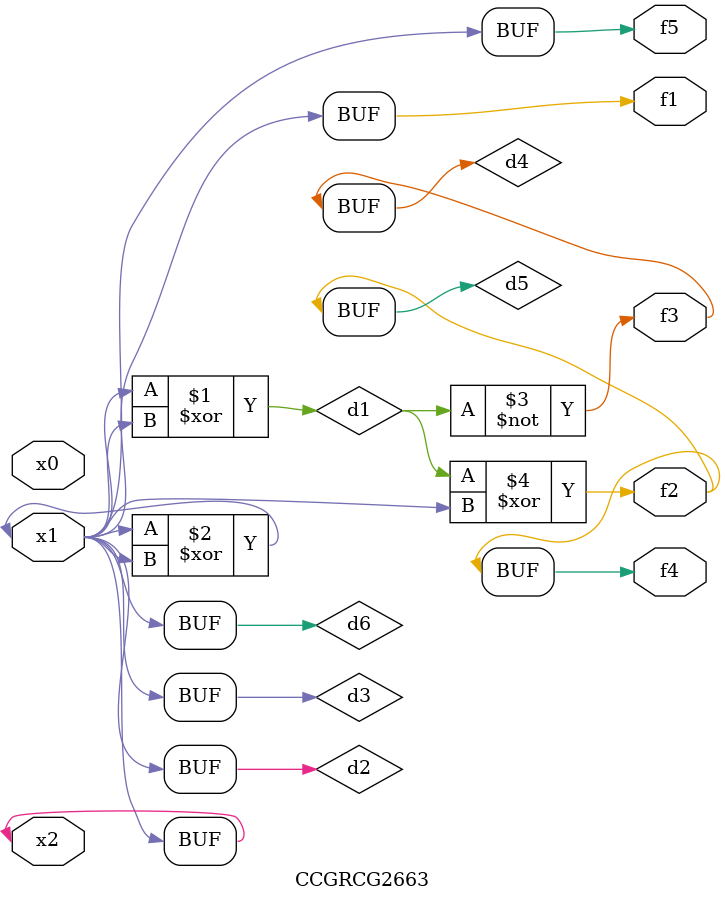
<source format=v>
module CCGRCG2663(
	input x0, x1, x2,
	output f1, f2, f3, f4, f5
);

	wire d1, d2, d3, d4, d5, d6;

	xor (d1, x1, x2);
	buf (d2, x1, x2);
	xor (d3, x1, x2);
	nor (d4, d1);
	xor (d5, d1, d2);
	buf (d6, d2, d3);
	assign f1 = d6;
	assign f2 = d5;
	assign f3 = d4;
	assign f4 = d5;
	assign f5 = d6;
endmodule

</source>
